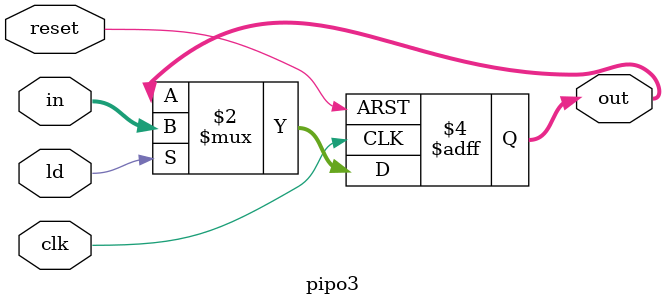
<source format=v>
`timescale 1ns / 1ps


module pipo3(output reg [7:0] out, input [7:0] in, input ld,clk,reset);
always @(posedge clk,posedge reset)
begin
    if(reset)
        out <= 0;
    else if(ld)
        out <= in;       
end
endmodule

</source>
